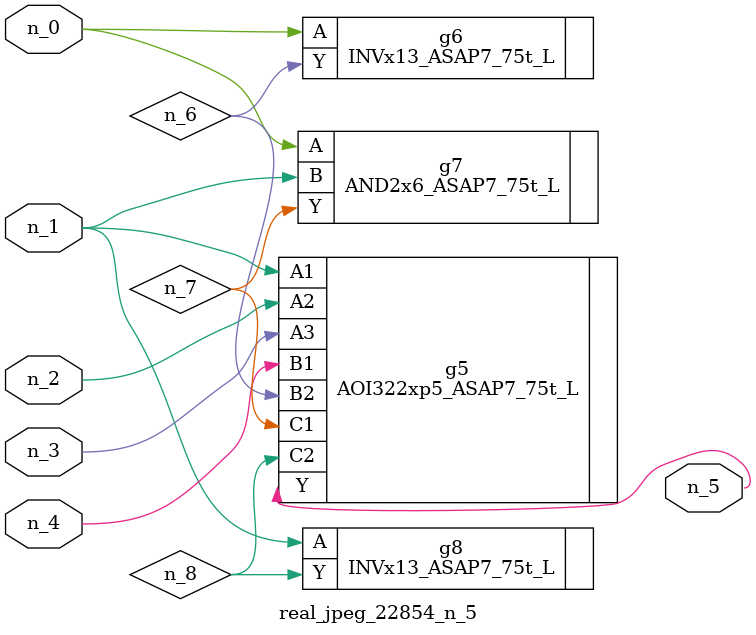
<source format=v>
module real_jpeg_22854_n_5 (n_4, n_0, n_1, n_2, n_3, n_5);

input n_4;
input n_0;
input n_1;
input n_2;
input n_3;

output n_5;

wire n_8;
wire n_6;
wire n_7;

INVx13_ASAP7_75t_L g6 ( 
.A(n_0),
.Y(n_6)
);

AND2x6_ASAP7_75t_L g7 ( 
.A(n_0),
.B(n_1),
.Y(n_7)
);

AOI322xp5_ASAP7_75t_L g5 ( 
.A1(n_1),
.A2(n_2),
.A3(n_3),
.B1(n_4),
.B2(n_6),
.C1(n_7),
.C2(n_8),
.Y(n_5)
);

INVx13_ASAP7_75t_L g8 ( 
.A(n_1),
.Y(n_8)
);


endmodule
</source>
